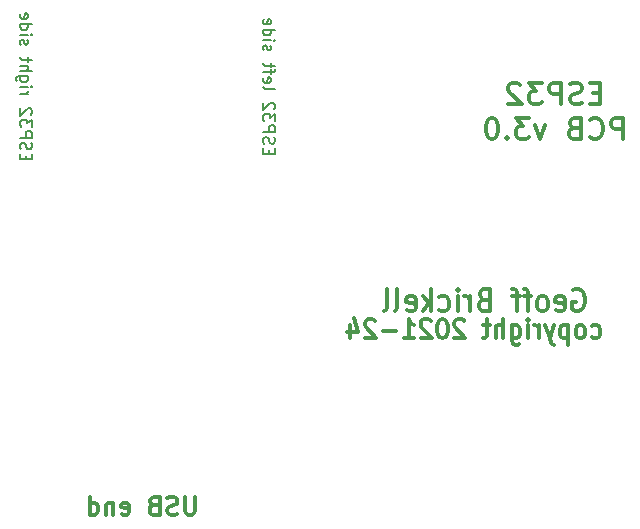
<source format=gbo>
G04 #@! TF.GenerationSoftware,KiCad,Pcbnew,(5.1.2)-1*
G04 #@! TF.CreationDate,2024-09-19T10:13:49+01:00*
G04 #@! TF.ProjectId,ESP32_PCB03,45535033-325f-4504-9342-30332e6b6963,rev?*
G04 #@! TF.SameCoordinates,Original*
G04 #@! TF.FileFunction,Legend,Bot*
G04 #@! TF.FilePolarity,Positive*
%FSLAX46Y46*%
G04 Gerber Fmt 4.6, Leading zero omitted, Abs format (unit mm)*
G04 Created by KiCad (PCBNEW (5.1.2)-1) date 2024-09-19 10:13:49*
%MOMM*%
%LPD*%
G04 APERTURE LIST*
%ADD10C,0.300000*%
%ADD11C,0.150000*%
%ADD12O,1.802000X1.802000*%
%ADD13R,1.802000X1.802000*%
%ADD14C,1.702000*%
%ADD15O,1.702000X1.702000*%
%ADD16C,1.502000*%
%ADD17O,1.502000X1.502000*%
%ADD18R,1.902000X1.172000*%
%ADD19O,1.902000X1.172000*%
%ADD20R,1.702000X1.702000*%
%ADD21C,1.902000*%
%ADD22R,1.902000X1.902000*%
%ADD23O,2.102000X1.802000*%
%ADD24C,1.802000*%
%ADD25O,1.829200X3.150000*%
%ADD26R,0.942000X0.942000*%
%ADD27C,0.942000*%
%ADD28O,1.952000X0.952000*%
%ADD29C,2.602000*%
G04 APERTURE END LIST*
D10*
X121304285Y-114240571D02*
X121304285Y-115454857D01*
X121232857Y-115597714D01*
X121161428Y-115669142D01*
X121018571Y-115740571D01*
X120732857Y-115740571D01*
X120590000Y-115669142D01*
X120518571Y-115597714D01*
X120447142Y-115454857D01*
X120447142Y-114240571D01*
X119804285Y-115669142D02*
X119590000Y-115740571D01*
X119232857Y-115740571D01*
X119090000Y-115669142D01*
X119018571Y-115597714D01*
X118947142Y-115454857D01*
X118947142Y-115312000D01*
X119018571Y-115169142D01*
X119090000Y-115097714D01*
X119232857Y-115026285D01*
X119518571Y-114954857D01*
X119661428Y-114883428D01*
X119732857Y-114812000D01*
X119804285Y-114669142D01*
X119804285Y-114526285D01*
X119732857Y-114383428D01*
X119661428Y-114312000D01*
X119518571Y-114240571D01*
X119161428Y-114240571D01*
X118947142Y-114312000D01*
X117804285Y-114954857D02*
X117590000Y-115026285D01*
X117518571Y-115097714D01*
X117447142Y-115240571D01*
X117447142Y-115454857D01*
X117518571Y-115597714D01*
X117590000Y-115669142D01*
X117732857Y-115740571D01*
X118304285Y-115740571D01*
X118304285Y-114240571D01*
X117804285Y-114240571D01*
X117661428Y-114312000D01*
X117590000Y-114383428D01*
X117518571Y-114526285D01*
X117518571Y-114669142D01*
X117590000Y-114812000D01*
X117661428Y-114883428D01*
X117804285Y-114954857D01*
X118304285Y-114954857D01*
X115090000Y-115669142D02*
X115232857Y-115740571D01*
X115518571Y-115740571D01*
X115661428Y-115669142D01*
X115732857Y-115526285D01*
X115732857Y-114954857D01*
X115661428Y-114812000D01*
X115518571Y-114740571D01*
X115232857Y-114740571D01*
X115090000Y-114812000D01*
X115018571Y-114954857D01*
X115018571Y-115097714D01*
X115732857Y-115240571D01*
X114375714Y-114740571D02*
X114375714Y-115740571D01*
X114375714Y-114883428D02*
X114304285Y-114812000D01*
X114161428Y-114740571D01*
X113947142Y-114740571D01*
X113804285Y-114812000D01*
X113732857Y-114954857D01*
X113732857Y-115740571D01*
X112375714Y-115740571D02*
X112375714Y-114240571D01*
X112375714Y-115669142D02*
X112518571Y-115740571D01*
X112804285Y-115740571D01*
X112947142Y-115669142D01*
X113018571Y-115597714D01*
X113090000Y-115454857D01*
X113090000Y-115026285D01*
X113018571Y-114883428D01*
X112947142Y-114812000D01*
X112804285Y-114740571D01*
X112518571Y-114740571D01*
X112375714Y-114812000D01*
X155622142Y-80032428D02*
X155022142Y-80032428D01*
X154765000Y-80975285D02*
X155622142Y-80975285D01*
X155622142Y-79175285D01*
X154765000Y-79175285D01*
X154079285Y-80889571D02*
X153822142Y-80975285D01*
X153393571Y-80975285D01*
X153222142Y-80889571D01*
X153136428Y-80803857D01*
X153050714Y-80632428D01*
X153050714Y-80461000D01*
X153136428Y-80289571D01*
X153222142Y-80203857D01*
X153393571Y-80118142D01*
X153736428Y-80032428D01*
X153907857Y-79946714D01*
X153993571Y-79861000D01*
X154079285Y-79689571D01*
X154079285Y-79518142D01*
X153993571Y-79346714D01*
X153907857Y-79261000D01*
X153736428Y-79175285D01*
X153307857Y-79175285D01*
X153050714Y-79261000D01*
X152279285Y-80975285D02*
X152279285Y-79175285D01*
X151593571Y-79175285D01*
X151422142Y-79261000D01*
X151336428Y-79346714D01*
X151250714Y-79518142D01*
X151250714Y-79775285D01*
X151336428Y-79946714D01*
X151422142Y-80032428D01*
X151593571Y-80118142D01*
X152279285Y-80118142D01*
X150650714Y-79175285D02*
X149536428Y-79175285D01*
X150136428Y-79861000D01*
X149879285Y-79861000D01*
X149707857Y-79946714D01*
X149622142Y-80032428D01*
X149536428Y-80203857D01*
X149536428Y-80632428D01*
X149622142Y-80803857D01*
X149707857Y-80889571D01*
X149879285Y-80975285D01*
X150393571Y-80975285D01*
X150565000Y-80889571D01*
X150650714Y-80803857D01*
X148850714Y-79346714D02*
X148765000Y-79261000D01*
X148593571Y-79175285D01*
X148165000Y-79175285D01*
X147993571Y-79261000D01*
X147907857Y-79346714D01*
X147822142Y-79518142D01*
X147822142Y-79689571D01*
X147907857Y-79946714D01*
X148936428Y-80975285D01*
X147822142Y-80975285D01*
X157550714Y-83975285D02*
X157550714Y-82175285D01*
X156865000Y-82175285D01*
X156693571Y-82261000D01*
X156607857Y-82346714D01*
X156522142Y-82518142D01*
X156522142Y-82775285D01*
X156607857Y-82946714D01*
X156693571Y-83032428D01*
X156865000Y-83118142D01*
X157550714Y-83118142D01*
X154722142Y-83803857D02*
X154807857Y-83889571D01*
X155065000Y-83975285D01*
X155236428Y-83975285D01*
X155493571Y-83889571D01*
X155665000Y-83718142D01*
X155750714Y-83546714D01*
X155836428Y-83203857D01*
X155836428Y-82946714D01*
X155750714Y-82603857D01*
X155665000Y-82432428D01*
X155493571Y-82261000D01*
X155236428Y-82175285D01*
X155065000Y-82175285D01*
X154807857Y-82261000D01*
X154722142Y-82346714D01*
X153350714Y-83032428D02*
X153093571Y-83118142D01*
X153007857Y-83203857D01*
X152922142Y-83375285D01*
X152922142Y-83632428D01*
X153007857Y-83803857D01*
X153093571Y-83889571D01*
X153265000Y-83975285D01*
X153950714Y-83975285D01*
X153950714Y-82175285D01*
X153350714Y-82175285D01*
X153179285Y-82261000D01*
X153093571Y-82346714D01*
X153007857Y-82518142D01*
X153007857Y-82689571D01*
X153093571Y-82861000D01*
X153179285Y-82946714D01*
X153350714Y-83032428D01*
X153950714Y-83032428D01*
X150950714Y-82775285D02*
X150522142Y-83975285D01*
X150093571Y-82775285D01*
X149579285Y-82175285D02*
X148465000Y-82175285D01*
X149065000Y-82861000D01*
X148807857Y-82861000D01*
X148636428Y-82946714D01*
X148550714Y-83032428D01*
X148465000Y-83203857D01*
X148465000Y-83632428D01*
X148550714Y-83803857D01*
X148636428Y-83889571D01*
X148807857Y-83975285D01*
X149322142Y-83975285D01*
X149493571Y-83889571D01*
X149579285Y-83803857D01*
X147693571Y-83803857D02*
X147607857Y-83889571D01*
X147693571Y-83975285D01*
X147779285Y-83889571D01*
X147693571Y-83803857D01*
X147693571Y-83975285D01*
X146493571Y-82175285D02*
X146322142Y-82175285D01*
X146150714Y-82261000D01*
X146065000Y-82346714D01*
X145979285Y-82518142D01*
X145893571Y-82861000D01*
X145893571Y-83289571D01*
X145979285Y-83632428D01*
X146065000Y-83803857D01*
X146150714Y-83889571D01*
X146322142Y-83975285D01*
X146493571Y-83975285D01*
X146665000Y-83889571D01*
X146750714Y-83803857D01*
X146836428Y-83632428D01*
X146922142Y-83289571D01*
X146922142Y-82861000D01*
X146836428Y-82518142D01*
X146750714Y-82346714D01*
X146665000Y-82261000D01*
X146493571Y-82175285D01*
X154888000Y-100743857D02*
X155030857Y-100822428D01*
X155316571Y-100822428D01*
X155459428Y-100743857D01*
X155530857Y-100665285D01*
X155602285Y-100508142D01*
X155602285Y-100036714D01*
X155530857Y-99879571D01*
X155459428Y-99801000D01*
X155316571Y-99722428D01*
X155030857Y-99722428D01*
X154888000Y-99801000D01*
X154030857Y-100822428D02*
X154173714Y-100743857D01*
X154245142Y-100665285D01*
X154316571Y-100508142D01*
X154316571Y-100036714D01*
X154245142Y-99879571D01*
X154173714Y-99801000D01*
X154030857Y-99722428D01*
X153816571Y-99722428D01*
X153673714Y-99801000D01*
X153602285Y-99879571D01*
X153530857Y-100036714D01*
X153530857Y-100508142D01*
X153602285Y-100665285D01*
X153673714Y-100743857D01*
X153816571Y-100822428D01*
X154030857Y-100822428D01*
X152888000Y-99722428D02*
X152888000Y-101372428D01*
X152888000Y-99801000D02*
X152745142Y-99722428D01*
X152459428Y-99722428D01*
X152316571Y-99801000D01*
X152245142Y-99879571D01*
X152173714Y-100036714D01*
X152173714Y-100508142D01*
X152245142Y-100665285D01*
X152316571Y-100743857D01*
X152459428Y-100822428D01*
X152745142Y-100822428D01*
X152888000Y-100743857D01*
X151673714Y-99722428D02*
X151316571Y-100822428D01*
X150959428Y-99722428D02*
X151316571Y-100822428D01*
X151459428Y-101215285D01*
X151530857Y-101293857D01*
X151673714Y-101372428D01*
X150388000Y-100822428D02*
X150388000Y-99722428D01*
X150388000Y-100036714D02*
X150316571Y-99879571D01*
X150245142Y-99801000D01*
X150102285Y-99722428D01*
X149959428Y-99722428D01*
X149459428Y-100822428D02*
X149459428Y-99722428D01*
X149459428Y-99172428D02*
X149530857Y-99251000D01*
X149459428Y-99329571D01*
X149388000Y-99251000D01*
X149459428Y-99172428D01*
X149459428Y-99329571D01*
X148102285Y-99722428D02*
X148102285Y-101058142D01*
X148173714Y-101215285D01*
X148245142Y-101293857D01*
X148388000Y-101372428D01*
X148602285Y-101372428D01*
X148745142Y-101293857D01*
X148102285Y-100743857D02*
X148245142Y-100822428D01*
X148530857Y-100822428D01*
X148673714Y-100743857D01*
X148745142Y-100665285D01*
X148816571Y-100508142D01*
X148816571Y-100036714D01*
X148745142Y-99879571D01*
X148673714Y-99801000D01*
X148530857Y-99722428D01*
X148245142Y-99722428D01*
X148102285Y-99801000D01*
X147388000Y-100822428D02*
X147388000Y-99172428D01*
X146745142Y-100822428D02*
X146745142Y-99958142D01*
X146816571Y-99801000D01*
X146959428Y-99722428D01*
X147173714Y-99722428D01*
X147316571Y-99801000D01*
X147388000Y-99879571D01*
X146245142Y-99722428D02*
X145673714Y-99722428D01*
X146030857Y-99172428D02*
X146030857Y-100586714D01*
X145959428Y-100743857D01*
X145816571Y-100822428D01*
X145673714Y-100822428D01*
X144102285Y-99329571D02*
X144030857Y-99251000D01*
X143888000Y-99172428D01*
X143530857Y-99172428D01*
X143388000Y-99251000D01*
X143316571Y-99329571D01*
X143245142Y-99486714D01*
X143245142Y-99643857D01*
X143316571Y-99879571D01*
X144173714Y-100822428D01*
X143245142Y-100822428D01*
X142316571Y-99172428D02*
X142173714Y-99172428D01*
X142030857Y-99251000D01*
X141959428Y-99329571D01*
X141888000Y-99486714D01*
X141816571Y-99801000D01*
X141816571Y-100193857D01*
X141888000Y-100508142D01*
X141959428Y-100665285D01*
X142030857Y-100743857D01*
X142173714Y-100822428D01*
X142316571Y-100822428D01*
X142459428Y-100743857D01*
X142530857Y-100665285D01*
X142602285Y-100508142D01*
X142673714Y-100193857D01*
X142673714Y-99801000D01*
X142602285Y-99486714D01*
X142530857Y-99329571D01*
X142459428Y-99251000D01*
X142316571Y-99172428D01*
X141245142Y-99329571D02*
X141173714Y-99251000D01*
X141030857Y-99172428D01*
X140673714Y-99172428D01*
X140530857Y-99251000D01*
X140459428Y-99329571D01*
X140388000Y-99486714D01*
X140388000Y-99643857D01*
X140459428Y-99879571D01*
X141316571Y-100822428D01*
X140388000Y-100822428D01*
X138959428Y-100822428D02*
X139816571Y-100822428D01*
X139388000Y-100822428D02*
X139388000Y-99172428D01*
X139530857Y-99408142D01*
X139673714Y-99565285D01*
X139816571Y-99643857D01*
X138316571Y-100193857D02*
X137173714Y-100193857D01*
X136530857Y-99329571D02*
X136459428Y-99251000D01*
X136316571Y-99172428D01*
X135959428Y-99172428D01*
X135816571Y-99251000D01*
X135745142Y-99329571D01*
X135673714Y-99486714D01*
X135673714Y-99643857D01*
X135745142Y-99879571D01*
X136602285Y-100822428D01*
X135673714Y-100822428D01*
X134388000Y-99722428D02*
X134388000Y-100822428D01*
X134745142Y-99093857D02*
X135102285Y-100272428D01*
X134173714Y-100272428D01*
X153322761Y-96738000D02*
X153484666Y-96649904D01*
X153727523Y-96649904D01*
X153970380Y-96738000D01*
X154132285Y-96914190D01*
X154213238Y-97090380D01*
X154294190Y-97442761D01*
X154294190Y-97707047D01*
X154213238Y-98059428D01*
X154132285Y-98235619D01*
X153970380Y-98411809D01*
X153727523Y-98499904D01*
X153565619Y-98499904D01*
X153322761Y-98411809D01*
X153241809Y-98323714D01*
X153241809Y-97707047D01*
X153565619Y-97707047D01*
X151865619Y-98411809D02*
X152027523Y-98499904D01*
X152351333Y-98499904D01*
X152513238Y-98411809D01*
X152594190Y-98235619D01*
X152594190Y-97530857D01*
X152513238Y-97354666D01*
X152351333Y-97266571D01*
X152027523Y-97266571D01*
X151865619Y-97354666D01*
X151784666Y-97530857D01*
X151784666Y-97707047D01*
X152594190Y-97883238D01*
X150813238Y-98499904D02*
X150975142Y-98411809D01*
X151056095Y-98323714D01*
X151137047Y-98147523D01*
X151137047Y-97618952D01*
X151056095Y-97442761D01*
X150975142Y-97354666D01*
X150813238Y-97266571D01*
X150570380Y-97266571D01*
X150408476Y-97354666D01*
X150327523Y-97442761D01*
X150246571Y-97618952D01*
X150246571Y-98147523D01*
X150327523Y-98323714D01*
X150408476Y-98411809D01*
X150570380Y-98499904D01*
X150813238Y-98499904D01*
X149760857Y-97266571D02*
X149113238Y-97266571D01*
X149518000Y-98499904D02*
X149518000Y-96914190D01*
X149437047Y-96738000D01*
X149275142Y-96649904D01*
X149113238Y-96649904D01*
X148789428Y-97266571D02*
X148141809Y-97266571D01*
X148546571Y-98499904D02*
X148546571Y-96914190D01*
X148465619Y-96738000D01*
X148303714Y-96649904D01*
X148141809Y-96649904D01*
X145713238Y-97530857D02*
X145470380Y-97618952D01*
X145389428Y-97707047D01*
X145308476Y-97883238D01*
X145308476Y-98147523D01*
X145389428Y-98323714D01*
X145470380Y-98411809D01*
X145632285Y-98499904D01*
X146279904Y-98499904D01*
X146279904Y-96649904D01*
X145713238Y-96649904D01*
X145551333Y-96738000D01*
X145470380Y-96826095D01*
X145389428Y-97002285D01*
X145389428Y-97178476D01*
X145470380Y-97354666D01*
X145551333Y-97442761D01*
X145713238Y-97530857D01*
X146279904Y-97530857D01*
X144579904Y-98499904D02*
X144579904Y-97266571D01*
X144579904Y-97618952D02*
X144498952Y-97442761D01*
X144418000Y-97354666D01*
X144256095Y-97266571D01*
X144094190Y-97266571D01*
X143527523Y-98499904D02*
X143527523Y-97266571D01*
X143527523Y-96649904D02*
X143608476Y-96738000D01*
X143527523Y-96826095D01*
X143446571Y-96738000D01*
X143527523Y-96649904D01*
X143527523Y-96826095D01*
X141989428Y-98411809D02*
X142151333Y-98499904D01*
X142475142Y-98499904D01*
X142637047Y-98411809D01*
X142718000Y-98323714D01*
X142798952Y-98147523D01*
X142798952Y-97618952D01*
X142718000Y-97442761D01*
X142637047Y-97354666D01*
X142475142Y-97266571D01*
X142151333Y-97266571D01*
X141989428Y-97354666D01*
X141260857Y-98499904D02*
X141260857Y-96649904D01*
X141098952Y-97795142D02*
X140613238Y-98499904D01*
X140613238Y-97266571D02*
X141260857Y-97971333D01*
X139237047Y-98411809D02*
X139398952Y-98499904D01*
X139722761Y-98499904D01*
X139884666Y-98411809D01*
X139965619Y-98235619D01*
X139965619Y-97530857D01*
X139884666Y-97354666D01*
X139722761Y-97266571D01*
X139398952Y-97266571D01*
X139237047Y-97354666D01*
X139156095Y-97530857D01*
X139156095Y-97707047D01*
X139965619Y-97883238D01*
X138184666Y-98499904D02*
X138346571Y-98411809D01*
X138427523Y-98235619D01*
X138427523Y-96649904D01*
X137294190Y-98499904D02*
X137456095Y-98411809D01*
X137537047Y-98235619D01*
X137537047Y-96649904D01*
D11*
X127579428Y-85192476D02*
X127579428Y-84859142D01*
X127055619Y-84716285D02*
X127055619Y-85192476D01*
X128055619Y-85192476D01*
X128055619Y-84716285D01*
X127103238Y-84335333D02*
X127055619Y-84192476D01*
X127055619Y-83954380D01*
X127103238Y-83859142D01*
X127150857Y-83811523D01*
X127246095Y-83763904D01*
X127341333Y-83763904D01*
X127436571Y-83811523D01*
X127484190Y-83859142D01*
X127531809Y-83954380D01*
X127579428Y-84144857D01*
X127627047Y-84240095D01*
X127674666Y-84287714D01*
X127769904Y-84335333D01*
X127865142Y-84335333D01*
X127960380Y-84287714D01*
X128008000Y-84240095D01*
X128055619Y-84144857D01*
X128055619Y-83906761D01*
X128008000Y-83763904D01*
X127055619Y-83335333D02*
X128055619Y-83335333D01*
X128055619Y-82954380D01*
X128008000Y-82859142D01*
X127960380Y-82811523D01*
X127865142Y-82763904D01*
X127722285Y-82763904D01*
X127627047Y-82811523D01*
X127579428Y-82859142D01*
X127531809Y-82954380D01*
X127531809Y-83335333D01*
X128055619Y-82430571D02*
X128055619Y-81811523D01*
X127674666Y-82144857D01*
X127674666Y-82002000D01*
X127627047Y-81906761D01*
X127579428Y-81859142D01*
X127484190Y-81811523D01*
X127246095Y-81811523D01*
X127150857Y-81859142D01*
X127103238Y-81906761D01*
X127055619Y-82002000D01*
X127055619Y-82287714D01*
X127103238Y-82382952D01*
X127150857Y-82430571D01*
X127960380Y-81430571D02*
X128008000Y-81382952D01*
X128055619Y-81287714D01*
X128055619Y-81049619D01*
X128008000Y-80954380D01*
X127960380Y-80906761D01*
X127865142Y-80859142D01*
X127769904Y-80859142D01*
X127627047Y-80906761D01*
X127055619Y-81478190D01*
X127055619Y-80859142D01*
X127055619Y-79525809D02*
X127103238Y-79621047D01*
X127198476Y-79668666D01*
X128055619Y-79668666D01*
X127103238Y-78763904D02*
X127055619Y-78859142D01*
X127055619Y-79049619D01*
X127103238Y-79144857D01*
X127198476Y-79192476D01*
X127579428Y-79192476D01*
X127674666Y-79144857D01*
X127722285Y-79049619D01*
X127722285Y-78859142D01*
X127674666Y-78763904D01*
X127579428Y-78716285D01*
X127484190Y-78716285D01*
X127388952Y-79192476D01*
X127722285Y-78430571D02*
X127722285Y-78049619D01*
X127055619Y-78287714D02*
X127912761Y-78287714D01*
X128008000Y-78240095D01*
X128055619Y-78144857D01*
X128055619Y-78049619D01*
X127722285Y-77859142D02*
X127722285Y-77478190D01*
X128055619Y-77716285D02*
X127198476Y-77716285D01*
X127103238Y-77668666D01*
X127055619Y-77573428D01*
X127055619Y-77478190D01*
X127103238Y-76430571D02*
X127055619Y-76335333D01*
X127055619Y-76144857D01*
X127103238Y-76049619D01*
X127198476Y-76002000D01*
X127246095Y-76002000D01*
X127341333Y-76049619D01*
X127388952Y-76144857D01*
X127388952Y-76287714D01*
X127436571Y-76382952D01*
X127531809Y-76430571D01*
X127579428Y-76430571D01*
X127674666Y-76382952D01*
X127722285Y-76287714D01*
X127722285Y-76144857D01*
X127674666Y-76049619D01*
X127055619Y-75573428D02*
X127722285Y-75573428D01*
X128055619Y-75573428D02*
X128008000Y-75621047D01*
X127960380Y-75573428D01*
X128008000Y-75525809D01*
X128055619Y-75573428D01*
X127960380Y-75573428D01*
X127055619Y-74668666D02*
X128055619Y-74668666D01*
X127103238Y-74668666D02*
X127055619Y-74763904D01*
X127055619Y-74954380D01*
X127103238Y-75049619D01*
X127150857Y-75097238D01*
X127246095Y-75144857D01*
X127531809Y-75144857D01*
X127627047Y-75097238D01*
X127674666Y-75049619D01*
X127722285Y-74954380D01*
X127722285Y-74763904D01*
X127674666Y-74668666D01*
X127103238Y-73811523D02*
X127055619Y-73906761D01*
X127055619Y-74097238D01*
X127103238Y-74192476D01*
X127198476Y-74240095D01*
X127579428Y-74240095D01*
X127674666Y-74192476D01*
X127722285Y-74097238D01*
X127722285Y-73906761D01*
X127674666Y-73811523D01*
X127579428Y-73763904D01*
X127484190Y-73763904D01*
X127388952Y-74240095D01*
X107005428Y-85668666D02*
X107005428Y-85335333D01*
X106481619Y-85192476D02*
X106481619Y-85668666D01*
X107481619Y-85668666D01*
X107481619Y-85192476D01*
X106529238Y-84811523D02*
X106481619Y-84668666D01*
X106481619Y-84430571D01*
X106529238Y-84335333D01*
X106576857Y-84287714D01*
X106672095Y-84240095D01*
X106767333Y-84240095D01*
X106862571Y-84287714D01*
X106910190Y-84335333D01*
X106957809Y-84430571D01*
X107005428Y-84621047D01*
X107053047Y-84716285D01*
X107100666Y-84763904D01*
X107195904Y-84811523D01*
X107291142Y-84811523D01*
X107386380Y-84763904D01*
X107434000Y-84716285D01*
X107481619Y-84621047D01*
X107481619Y-84382952D01*
X107434000Y-84240095D01*
X106481619Y-83811523D02*
X107481619Y-83811523D01*
X107481619Y-83430571D01*
X107434000Y-83335333D01*
X107386380Y-83287714D01*
X107291142Y-83240095D01*
X107148285Y-83240095D01*
X107053047Y-83287714D01*
X107005428Y-83335333D01*
X106957809Y-83430571D01*
X106957809Y-83811523D01*
X107481619Y-82906761D02*
X107481619Y-82287714D01*
X107100666Y-82621047D01*
X107100666Y-82478190D01*
X107053047Y-82382952D01*
X107005428Y-82335333D01*
X106910190Y-82287714D01*
X106672095Y-82287714D01*
X106576857Y-82335333D01*
X106529238Y-82382952D01*
X106481619Y-82478190D01*
X106481619Y-82763904D01*
X106529238Y-82859142D01*
X106576857Y-82906761D01*
X107386380Y-81906761D02*
X107434000Y-81859142D01*
X107481619Y-81763904D01*
X107481619Y-81525809D01*
X107434000Y-81430571D01*
X107386380Y-81382952D01*
X107291142Y-81335333D01*
X107195904Y-81335333D01*
X107053047Y-81382952D01*
X106481619Y-81954380D01*
X106481619Y-81335333D01*
X106481619Y-80144857D02*
X107148285Y-80144857D01*
X106957809Y-80144857D02*
X107053047Y-80097238D01*
X107100666Y-80049619D01*
X107148285Y-79954380D01*
X107148285Y-79859142D01*
X106481619Y-79525809D02*
X107148285Y-79525809D01*
X107481619Y-79525809D02*
X107434000Y-79573428D01*
X107386380Y-79525809D01*
X107434000Y-79478190D01*
X107481619Y-79525809D01*
X107386380Y-79525809D01*
X107148285Y-78621047D02*
X106338761Y-78621047D01*
X106243523Y-78668666D01*
X106195904Y-78716285D01*
X106148285Y-78811523D01*
X106148285Y-78954380D01*
X106195904Y-79049619D01*
X106529238Y-78621047D02*
X106481619Y-78716285D01*
X106481619Y-78906761D01*
X106529238Y-79002000D01*
X106576857Y-79049619D01*
X106672095Y-79097238D01*
X106957809Y-79097238D01*
X107053047Y-79049619D01*
X107100666Y-79002000D01*
X107148285Y-78906761D01*
X107148285Y-78716285D01*
X107100666Y-78621047D01*
X106481619Y-78144857D02*
X107481619Y-78144857D01*
X106481619Y-77716285D02*
X107005428Y-77716285D01*
X107100666Y-77763904D01*
X107148285Y-77859142D01*
X107148285Y-78002000D01*
X107100666Y-78097238D01*
X107053047Y-78144857D01*
X107148285Y-77382952D02*
X107148285Y-77002000D01*
X107481619Y-77240095D02*
X106624476Y-77240095D01*
X106529238Y-77192476D01*
X106481619Y-77097238D01*
X106481619Y-77002000D01*
X106529238Y-75954380D02*
X106481619Y-75859142D01*
X106481619Y-75668666D01*
X106529238Y-75573428D01*
X106624476Y-75525809D01*
X106672095Y-75525809D01*
X106767333Y-75573428D01*
X106814952Y-75668666D01*
X106814952Y-75811523D01*
X106862571Y-75906761D01*
X106957809Y-75954380D01*
X107005428Y-75954380D01*
X107100666Y-75906761D01*
X107148285Y-75811523D01*
X107148285Y-75668666D01*
X107100666Y-75573428D01*
X106481619Y-75097238D02*
X107148285Y-75097238D01*
X107481619Y-75097238D02*
X107434000Y-75144857D01*
X107386380Y-75097238D01*
X107434000Y-75049619D01*
X107481619Y-75097238D01*
X107386380Y-75097238D01*
X106481619Y-74192476D02*
X107481619Y-74192476D01*
X106529238Y-74192476D02*
X106481619Y-74287714D01*
X106481619Y-74478190D01*
X106529238Y-74573428D01*
X106576857Y-74621047D01*
X106672095Y-74668666D01*
X106957809Y-74668666D01*
X107053047Y-74621047D01*
X107100666Y-74573428D01*
X107148285Y-74478190D01*
X107148285Y-74287714D01*
X107100666Y-74192476D01*
X106529238Y-73335333D02*
X106481619Y-73430571D01*
X106481619Y-73621047D01*
X106529238Y-73716285D01*
X106624476Y-73763904D01*
X107005428Y-73763904D01*
X107100666Y-73716285D01*
X107148285Y-73621047D01*
X107148285Y-73430571D01*
X107100666Y-73335333D01*
X107005428Y-73287714D01*
X106910190Y-73287714D01*
X106814952Y-73763904D01*
%LPC*%
D12*
X129648000Y-116840000D03*
X129648000Y-114300000D03*
X129648000Y-111760000D03*
X129648000Y-109220000D03*
X129648000Y-106680000D03*
X129648000Y-104140000D03*
X129648000Y-101600000D03*
X129648000Y-99060000D03*
X129648000Y-96520000D03*
X129648000Y-93980000D03*
X129648000Y-91440000D03*
X129648000Y-88900000D03*
X129648000Y-86360000D03*
X129648000Y-83820000D03*
X129648000Y-81280000D03*
X129648000Y-78740000D03*
X129648000Y-76200000D03*
X129648000Y-73660000D03*
D13*
X129648000Y-71120000D03*
X104648000Y-71120000D03*
D12*
X104648000Y-73660000D03*
X104648000Y-76200000D03*
X104648000Y-78740000D03*
X104648000Y-81280000D03*
X104648000Y-83820000D03*
X104648000Y-86360000D03*
X104648000Y-88900000D03*
X104648000Y-91440000D03*
X104648000Y-93980000D03*
X104648000Y-96520000D03*
X104648000Y-99060000D03*
X104648000Y-101600000D03*
X104648000Y-104140000D03*
X104648000Y-106680000D03*
X104648000Y-109220000D03*
X104648000Y-111760000D03*
X104648000Y-114300000D03*
X104648000Y-116840000D03*
D14*
X125984000Y-111760000D03*
D15*
X115824000Y-111760000D03*
D16*
X124714000Y-107208000D03*
D11*
G36*
X125223849Y-103898287D02*
G01*
X125249803Y-103902137D01*
X125275253Y-103908512D01*
X125299957Y-103917351D01*
X125323675Y-103928569D01*
X125346179Y-103942058D01*
X125367253Y-103957687D01*
X125386693Y-103975307D01*
X125404313Y-103994747D01*
X125419942Y-104015821D01*
X125433431Y-104038325D01*
X125444649Y-104062043D01*
X125453488Y-104086747D01*
X125459863Y-104112197D01*
X125463713Y-104138151D01*
X125465000Y-104164356D01*
X125465000Y-105131644D01*
X125463713Y-105157849D01*
X125459863Y-105183803D01*
X125453488Y-105209253D01*
X125444649Y-105233957D01*
X125433431Y-105257675D01*
X125419942Y-105280179D01*
X125404313Y-105301253D01*
X125386693Y-105320693D01*
X125367253Y-105338313D01*
X125346179Y-105353942D01*
X125323675Y-105367431D01*
X125299957Y-105378649D01*
X125275253Y-105387488D01*
X125249803Y-105393863D01*
X125223849Y-105397713D01*
X125197644Y-105399000D01*
X124230356Y-105399000D01*
X124204151Y-105397713D01*
X124178197Y-105393863D01*
X124152747Y-105387488D01*
X124128043Y-105378649D01*
X124104325Y-105367431D01*
X124081821Y-105353942D01*
X124060747Y-105338313D01*
X124041307Y-105320693D01*
X124023687Y-105301253D01*
X124008058Y-105280179D01*
X123994569Y-105257675D01*
X123983351Y-105233957D01*
X123974512Y-105209253D01*
X123968137Y-105183803D01*
X123964287Y-105157849D01*
X123963000Y-105131644D01*
X123963000Y-104164356D01*
X123964287Y-104138151D01*
X123968137Y-104112197D01*
X123974512Y-104086747D01*
X123983351Y-104062043D01*
X123994569Y-104038325D01*
X124008058Y-104015821D01*
X124023687Y-103994747D01*
X124041307Y-103975307D01*
X124060747Y-103957687D01*
X124081821Y-103942058D01*
X124104325Y-103928569D01*
X124128043Y-103917351D01*
X124152747Y-103908512D01*
X124178197Y-103902137D01*
X124204151Y-103898287D01*
X124230356Y-103897000D01*
X125197644Y-103897000D01*
X125223849Y-103898287D01*
X125223849Y-103898287D01*
G37*
D16*
X124714000Y-104648000D03*
X109982000Y-111760000D03*
D17*
X109982000Y-116840000D03*
D18*
X124460000Y-93091000D03*
D19*
X124460000Y-95631000D03*
X124460000Y-98171000D03*
X124460000Y-100711000D03*
D20*
X135128000Y-95250000D03*
D14*
X141628000Y-95250000D03*
X121158000Y-103458000D03*
X121158000Y-108458000D03*
X113030000Y-117856000D03*
X113030000Y-112856000D03*
D21*
X154686000Y-113538000D03*
D22*
X157226000Y-113538000D03*
D12*
X125476000Y-76200000D03*
X122936000Y-76200000D03*
X120396000Y-76200000D03*
X117856000Y-76200000D03*
D13*
X115316000Y-76200000D03*
X115316000Y-73660000D03*
D12*
X117856000Y-73660000D03*
X120396000Y-73660000D03*
X122936000Y-73660000D03*
X125476000Y-73660000D03*
X125476000Y-78740000D03*
X122936000Y-78740000D03*
X120396000Y-78740000D03*
X117856000Y-78740000D03*
D13*
X115316000Y-78740000D03*
X140462000Y-72136000D03*
D12*
X137922000Y-72136000D03*
X135382000Y-72136000D03*
X135382000Y-69596000D03*
X137922000Y-69596000D03*
D13*
X140462000Y-69596000D03*
X125476000Y-69596000D03*
D12*
X122936000Y-69596000D03*
X120396000Y-69596000D03*
X117856000Y-69596000D03*
X115316000Y-69596000D03*
X112776000Y-69596000D03*
D13*
X151384000Y-69596000D03*
D12*
X148844000Y-69596000D03*
X146304000Y-69596000D03*
X135636000Y-84328000D03*
X138176000Y-84328000D03*
D13*
X140716000Y-84328000D03*
X140716000Y-86868000D03*
D12*
X138176000Y-86868000D03*
X135636000Y-86868000D03*
D23*
X162306000Y-86908000D03*
D11*
G36*
X163117975Y-88508276D02*
G01*
X163143699Y-88512092D01*
X163168925Y-88518411D01*
X163193411Y-88527172D01*
X163216920Y-88538291D01*
X163239226Y-88551661D01*
X163260114Y-88567152D01*
X163279383Y-88584617D01*
X163296848Y-88603886D01*
X163312339Y-88624774D01*
X163325709Y-88647080D01*
X163336828Y-88670589D01*
X163345589Y-88695075D01*
X163351908Y-88720301D01*
X163355724Y-88746025D01*
X163357000Y-88772000D01*
X163357000Y-90044000D01*
X163355724Y-90069975D01*
X163351908Y-90095699D01*
X163345589Y-90120925D01*
X163336828Y-90145411D01*
X163325709Y-90168920D01*
X163312339Y-90191226D01*
X163296848Y-90212114D01*
X163279383Y-90231383D01*
X163260114Y-90248848D01*
X163239226Y-90264339D01*
X163216920Y-90277709D01*
X163193411Y-90288828D01*
X163168925Y-90297589D01*
X163143699Y-90303908D01*
X163117975Y-90307724D01*
X163092000Y-90309000D01*
X161520000Y-90309000D01*
X161494025Y-90307724D01*
X161468301Y-90303908D01*
X161443075Y-90297589D01*
X161418589Y-90288828D01*
X161395080Y-90277709D01*
X161372774Y-90264339D01*
X161351886Y-90248848D01*
X161332617Y-90231383D01*
X161315152Y-90212114D01*
X161299661Y-90191226D01*
X161286291Y-90168920D01*
X161275172Y-90145411D01*
X161266411Y-90120925D01*
X161260092Y-90095699D01*
X161256276Y-90069975D01*
X161255000Y-90044000D01*
X161255000Y-88772000D01*
X161256276Y-88746025D01*
X161260092Y-88720301D01*
X161266411Y-88695075D01*
X161275172Y-88670589D01*
X161286291Y-88647080D01*
X161299661Y-88624774D01*
X161315152Y-88603886D01*
X161332617Y-88584617D01*
X161351886Y-88567152D01*
X161372774Y-88551661D01*
X161395080Y-88538291D01*
X161418589Y-88527172D01*
X161443075Y-88518411D01*
X161468301Y-88512092D01*
X161494025Y-88508276D01*
X161520000Y-88507000D01*
X163092000Y-88507000D01*
X163117975Y-88508276D01*
X163117975Y-88508276D01*
G37*
D24*
X162306000Y-89408000D03*
D11*
G36*
X163117975Y-97144276D02*
G01*
X163143699Y-97148092D01*
X163168925Y-97154411D01*
X163193411Y-97163172D01*
X163216920Y-97174291D01*
X163239226Y-97187661D01*
X163260114Y-97203152D01*
X163279383Y-97220617D01*
X163296848Y-97239886D01*
X163312339Y-97260774D01*
X163325709Y-97283080D01*
X163336828Y-97306589D01*
X163345589Y-97331075D01*
X163351908Y-97356301D01*
X163355724Y-97382025D01*
X163357000Y-97408000D01*
X163357000Y-98680000D01*
X163355724Y-98705975D01*
X163351908Y-98731699D01*
X163345589Y-98756925D01*
X163336828Y-98781411D01*
X163325709Y-98804920D01*
X163312339Y-98827226D01*
X163296848Y-98848114D01*
X163279383Y-98867383D01*
X163260114Y-98884848D01*
X163239226Y-98900339D01*
X163216920Y-98913709D01*
X163193411Y-98924828D01*
X163168925Y-98933589D01*
X163143699Y-98939908D01*
X163117975Y-98943724D01*
X163092000Y-98945000D01*
X161520000Y-98945000D01*
X161494025Y-98943724D01*
X161468301Y-98939908D01*
X161443075Y-98933589D01*
X161418589Y-98924828D01*
X161395080Y-98913709D01*
X161372774Y-98900339D01*
X161351886Y-98884848D01*
X161332617Y-98867383D01*
X161315152Y-98848114D01*
X161299661Y-98827226D01*
X161286291Y-98804920D01*
X161275172Y-98781411D01*
X161266411Y-98756925D01*
X161260092Y-98731699D01*
X161256276Y-98705975D01*
X161255000Y-98680000D01*
X161255000Y-97408000D01*
X161256276Y-97382025D01*
X161260092Y-97356301D01*
X161266411Y-97331075D01*
X161275172Y-97306589D01*
X161286291Y-97283080D01*
X161299661Y-97260774D01*
X161315152Y-97239886D01*
X161332617Y-97220617D01*
X161351886Y-97203152D01*
X161372774Y-97187661D01*
X161395080Y-97174291D01*
X161418589Y-97163172D01*
X161443075Y-97154411D01*
X161468301Y-97148092D01*
X161494025Y-97144276D01*
X161520000Y-97143000D01*
X163092000Y-97143000D01*
X163117975Y-97144276D01*
X163117975Y-97144276D01*
G37*
D24*
X162306000Y-98044000D03*
D23*
X162306000Y-95544000D03*
X162306000Y-104180000D03*
D11*
G36*
X163117975Y-105780276D02*
G01*
X163143699Y-105784092D01*
X163168925Y-105790411D01*
X163193411Y-105799172D01*
X163216920Y-105810291D01*
X163239226Y-105823661D01*
X163260114Y-105839152D01*
X163279383Y-105856617D01*
X163296848Y-105875886D01*
X163312339Y-105896774D01*
X163325709Y-105919080D01*
X163336828Y-105942589D01*
X163345589Y-105967075D01*
X163351908Y-105992301D01*
X163355724Y-106018025D01*
X163357000Y-106044000D01*
X163357000Y-107316000D01*
X163355724Y-107341975D01*
X163351908Y-107367699D01*
X163345589Y-107392925D01*
X163336828Y-107417411D01*
X163325709Y-107440920D01*
X163312339Y-107463226D01*
X163296848Y-107484114D01*
X163279383Y-107503383D01*
X163260114Y-107520848D01*
X163239226Y-107536339D01*
X163216920Y-107549709D01*
X163193411Y-107560828D01*
X163168925Y-107569589D01*
X163143699Y-107575908D01*
X163117975Y-107579724D01*
X163092000Y-107581000D01*
X161520000Y-107581000D01*
X161494025Y-107579724D01*
X161468301Y-107575908D01*
X161443075Y-107569589D01*
X161418589Y-107560828D01*
X161395080Y-107549709D01*
X161372774Y-107536339D01*
X161351886Y-107520848D01*
X161332617Y-107503383D01*
X161315152Y-107484114D01*
X161299661Y-107463226D01*
X161286291Y-107440920D01*
X161275172Y-107417411D01*
X161266411Y-107392925D01*
X161260092Y-107367699D01*
X161256276Y-107341975D01*
X161255000Y-107316000D01*
X161255000Y-106044000D01*
X161256276Y-106018025D01*
X161260092Y-105992301D01*
X161266411Y-105967075D01*
X161275172Y-105942589D01*
X161286291Y-105919080D01*
X161299661Y-105896774D01*
X161315152Y-105875886D01*
X161332617Y-105856617D01*
X161351886Y-105839152D01*
X161372774Y-105823661D01*
X161395080Y-105810291D01*
X161418589Y-105799172D01*
X161443075Y-105790411D01*
X161468301Y-105784092D01*
X161494025Y-105780276D01*
X161520000Y-105779000D01*
X163092000Y-105779000D01*
X163117975Y-105780276D01*
X163117975Y-105780276D01*
G37*
D24*
X162306000Y-106680000D03*
D14*
X108204000Y-100076000D03*
D15*
X118364000Y-100076000D03*
X118364000Y-97028000D03*
D14*
X108204000Y-97028000D03*
D15*
X143764000Y-109982000D03*
D14*
X133604000Y-109982000D03*
X133604000Y-106680000D03*
D15*
X143764000Y-106680000D03*
D14*
X108204000Y-103632000D03*
D15*
X118364000Y-103632000D03*
D14*
X108204000Y-108458000D03*
D15*
X118364000Y-108458000D03*
X115824000Y-117348000D03*
D14*
X125984000Y-117348000D03*
D22*
X150368000Y-113538000D03*
D21*
X147828000Y-113538000D03*
D25*
X149178000Y-75438000D03*
X154178000Y-75438000D03*
X149178000Y-87938000D03*
X154178000Y-87938000D03*
X154178000Y-104194000D03*
X149178000Y-104194000D03*
X154178000Y-91694000D03*
X149178000Y-91694000D03*
D14*
X108204000Y-93980000D03*
D15*
X118364000Y-93980000D03*
X143764000Y-103378000D03*
D14*
X133604000Y-103378000D03*
D22*
X164084000Y-113538000D03*
D21*
X161544000Y-113538000D03*
D26*
X162306000Y-80010000D03*
D27*
X163306000Y-79360000D03*
X162306000Y-78710000D03*
X163306000Y-78060000D03*
X162306000Y-77410000D03*
D28*
X162526000Y-82285000D03*
X162526000Y-75135000D03*
D13*
X110236000Y-89154000D03*
D12*
X112776000Y-89154000D03*
X115316000Y-89154000D03*
X117856000Y-89154000D03*
X120396000Y-89154000D03*
X122936000Y-89154000D03*
X125476000Y-89154000D03*
D29*
X161544000Y-70358000D03*
X138938000Y-114808000D03*
D13*
X155956000Y-69596000D03*
D12*
X155956000Y-72136000D03*
D14*
X132842000Y-75946000D03*
D15*
X143002000Y-75946000D03*
X143002000Y-79756000D03*
D14*
X132842000Y-79756000D03*
D13*
X109474000Y-83566000D03*
D12*
X109474000Y-81026000D03*
X109474000Y-78486000D03*
X109474000Y-75946000D03*
X109474000Y-73406000D03*
M02*

</source>
